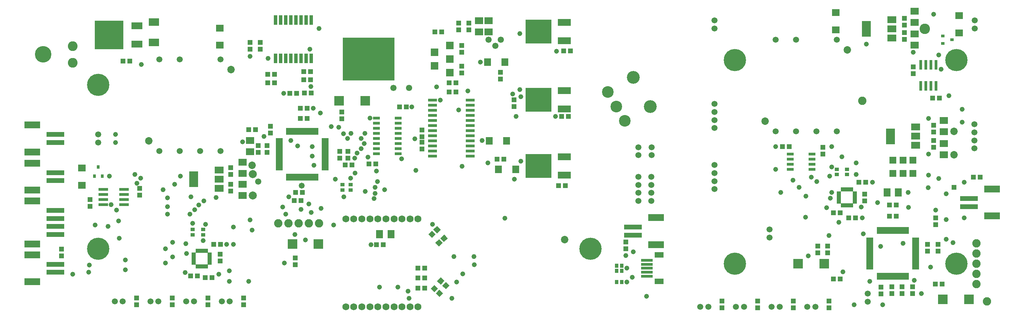
<source format=gts>
G75*
G70*
%OFA0B0*%
%FSLAX24Y24*%
%IPPOS*%
%LPD*%
%AMOC8*
5,1,8,0,0,1.08239X$1,22.5*
%
%ADD10R,0.0198X0.0671*%
%ADD11R,0.0671X0.0198*%
%ADD12R,0.0513X0.0474*%
%ADD13R,0.0513X0.0513*%
%ADD14C,0.0580*%
%ADD15R,0.0870X0.0670*%
%ADD16R,0.0870X0.1580*%
%ADD17R,0.0789X0.0710*%
%ADD18C,0.0820*%
%ADD19R,0.0966X0.0966*%
%ADD20C,0.2180*%
%ADD21R,0.0218X0.0415*%
%ADD22R,0.0395X0.0218*%
%ADD23R,0.0434X0.0356*%
%ADD24R,0.1734X0.0513*%
%ADD25R,0.1537X0.0671*%
%ADD26C,0.0595*%
%ADD27C,0.0680*%
%ADD28R,0.0513X0.0513*%
%ADD29R,0.0710X0.0789*%
%ADD30R,0.0336X0.0966*%
%ADD31R,0.1143X0.0316*%
%ADD32R,0.0867X0.0552*%
%ADD33R,0.0356X0.0434*%
%ADD34C,0.0954*%
%ADD35C,0.1619*%
%ADD36R,0.0860X0.0290*%
%ADD37R,0.0690X0.0316*%
%ADD38R,0.0730X0.0730*%
%ADD39C,0.2030*%
%ADD40R,0.5080X0.4230*%
%ADD41R,0.0678X0.0722*%
%ADD42R,0.0946X0.0316*%
%ADD43R,0.0316X0.0336*%
%ADD44R,0.0722X0.0678*%
%ADD45C,0.1261*%
%ADD46C,0.1145*%
%ADD47R,0.1261X0.0710*%
%ADD48R,0.2550X0.2360*%
%ADD49C,0.0730*%
%ADD50R,0.2840X0.2840*%
%ADD51R,0.1070X0.0670*%
%ADD52R,0.0986X0.0769*%
%ADD53R,0.0474X0.0513*%
%ADD54R,0.0674X0.0674*%
%ADD55R,0.0316X0.0946*%
%ADD56R,0.0336X0.0316*%
%ADD57R,0.0671X0.0297*%
%ADD58C,0.0476*%
%ADD59C,0.0611*%
%ADD60C,0.0789*%
%ADD61R,0.0476X0.0476*%
%ADD62C,0.1025*%
D10*
X026527Y014186D03*
X026724Y014186D03*
X026921Y014186D03*
X027118Y014186D03*
X027315Y014186D03*
X027511Y014186D03*
X027708Y014186D03*
X027905Y014186D03*
X028102Y014186D03*
X028299Y014186D03*
X028496Y014186D03*
X028693Y014186D03*
X028889Y014186D03*
X029086Y014186D03*
X029283Y014186D03*
X029480Y014186D03*
X029480Y018674D03*
X029283Y018674D03*
X029086Y018674D03*
X028889Y018674D03*
X028693Y018674D03*
X028496Y018674D03*
X028299Y018674D03*
X028102Y018674D03*
X027905Y018674D03*
X027708Y018674D03*
X027511Y018674D03*
X027315Y018674D03*
X027118Y018674D03*
X026921Y018674D03*
X026724Y018674D03*
X026527Y018674D03*
X084477Y008929D03*
X084674Y008929D03*
X084871Y008929D03*
X085068Y008929D03*
X085265Y008929D03*
X085461Y008929D03*
X085658Y008929D03*
X085855Y008929D03*
X086052Y008929D03*
X086249Y008929D03*
X086446Y008929D03*
X086643Y008929D03*
X086839Y008929D03*
X087036Y008929D03*
X087233Y008929D03*
X087430Y008929D03*
X087430Y004441D03*
X087233Y004441D03*
X087036Y004441D03*
X086839Y004441D03*
X086643Y004441D03*
X086446Y004441D03*
X086249Y004441D03*
X086052Y004441D03*
X085855Y004441D03*
X085658Y004441D03*
X085461Y004441D03*
X085265Y004441D03*
X085068Y004441D03*
X084871Y004441D03*
X084674Y004441D03*
X084477Y004441D03*
D11*
X083709Y005209D03*
X083709Y005405D03*
X083709Y005602D03*
X083709Y005799D03*
X083709Y005996D03*
X083709Y006193D03*
X083709Y006390D03*
X083709Y006587D03*
X083709Y006783D03*
X083709Y006980D03*
X083709Y007177D03*
X083709Y007374D03*
X083709Y007571D03*
X083709Y007768D03*
X083709Y007964D03*
X083709Y008161D03*
X088198Y008161D03*
X088198Y007964D03*
X088198Y007768D03*
X088198Y007571D03*
X088198Y007374D03*
X088198Y007177D03*
X088198Y006980D03*
X088198Y006783D03*
X088198Y006587D03*
X088198Y006390D03*
X088198Y006193D03*
X088198Y005996D03*
X088198Y005799D03*
X088198Y005602D03*
X088198Y005405D03*
X088198Y005209D03*
X030248Y014954D03*
X030248Y015150D03*
X030248Y015347D03*
X030248Y015544D03*
X030248Y015741D03*
X030248Y015938D03*
X030248Y016135D03*
X030248Y016332D03*
X030248Y016528D03*
X030248Y016725D03*
X030248Y016922D03*
X030248Y017119D03*
X030248Y017316D03*
X030248Y017513D03*
X030248Y017709D03*
X030248Y017906D03*
X025759Y017906D03*
X025759Y017709D03*
X025759Y017513D03*
X025759Y017316D03*
X025759Y017119D03*
X025759Y016922D03*
X025759Y016725D03*
X025759Y016528D03*
X025759Y016332D03*
X025759Y016135D03*
X025759Y015938D03*
X025759Y015741D03*
X025759Y015544D03*
X025759Y015347D03*
X025759Y015150D03*
X025759Y014954D03*
D12*
X032219Y015380D03*
X032888Y015380D03*
D13*
X032504Y016045D03*
X031704Y016045D03*
X031704Y016715D03*
X032504Y016715D03*
X034569Y015480D03*
X035238Y015480D03*
X039754Y016945D03*
X039754Y017615D03*
X039754Y018145D03*
X039754Y018815D03*
X038238Y021080D03*
X037569Y021080D03*
X042419Y022530D03*
X043088Y022530D03*
X043088Y023430D03*
X042419Y023430D03*
X043654Y024395D03*
X043654Y025065D03*
X043654Y026445D03*
X043654Y027115D03*
X041688Y028430D03*
X041019Y028430D03*
X043354Y028645D03*
X044354Y028645D03*
X044354Y029315D03*
X043354Y029315D03*
X053669Y026580D03*
X054338Y026580D03*
X047454Y024465D03*
X047454Y023795D03*
X048804Y021765D03*
X048804Y021095D03*
X053469Y020130D03*
X054138Y020130D03*
X047788Y015930D03*
X047119Y015930D03*
X053169Y013330D03*
X053838Y013330D03*
X059754Y007815D03*
X059754Y007145D03*
X069204Y002020D03*
X069204Y001350D03*
X072704Y001350D03*
X072704Y002020D03*
X076204Y002020D03*
X076204Y001350D03*
X079704Y001350D03*
X079704Y002020D03*
X084804Y002700D03*
X084804Y003370D03*
X086854Y003420D03*
X087904Y003420D03*
X087904Y002750D03*
X086854Y002750D03*
X090119Y003685D03*
X090788Y003685D03*
X090404Y006900D03*
X089354Y006900D03*
X089354Y007570D03*
X090404Y007570D03*
X090154Y009500D03*
X090154Y010170D03*
X086283Y010360D03*
X085614Y010360D03*
X082288Y010185D03*
X081619Y010185D03*
X080788Y010685D03*
X080119Y010685D03*
X083204Y011850D03*
X083204Y012520D03*
X085619Y011435D03*
X086288Y011435D03*
X083288Y013685D03*
X082619Y013685D03*
X079104Y016450D03*
X079104Y017120D03*
X075788Y017185D03*
X075119Y017185D03*
X089869Y021935D03*
X090538Y021935D03*
X087954Y024350D03*
X087954Y025020D03*
X087104Y027700D03*
X087104Y028370D03*
X087104Y029100D03*
X087104Y029770D03*
X093869Y014185D03*
X094538Y014185D03*
X079574Y007420D03*
X078604Y007420D03*
X078604Y006750D03*
X079574Y006750D03*
X080119Y004185D03*
X080788Y004185D03*
X040013Y004280D03*
X039344Y004280D03*
X039349Y005235D03*
X040018Y005235D03*
X040013Y003280D03*
X039344Y003280D03*
X035948Y007530D03*
X035279Y007530D03*
X027319Y006235D03*
X027319Y005565D03*
X019954Y005945D03*
X019954Y006615D03*
X019988Y007580D03*
X019319Y007580D03*
X017743Y004480D03*
X017074Y004480D03*
X018504Y004315D03*
X019173Y004315D03*
X018754Y002315D03*
X018754Y001645D03*
X022254Y001645D03*
X022254Y002315D03*
X015254Y002315D03*
X015254Y001645D03*
X011754Y001645D03*
X011754Y002315D03*
X004404Y006445D03*
X004404Y007115D03*
X007204Y011295D03*
X007204Y011965D03*
X012054Y012395D03*
X012054Y013065D03*
X021004Y012795D03*
X021004Y013465D03*
X021004Y014445D03*
X021004Y015115D03*
X023704Y016595D03*
X024554Y016595D03*
X024554Y017265D03*
X023704Y017265D03*
X024904Y018495D03*
X024904Y019165D03*
X023438Y018830D03*
X022769Y018830D03*
X027819Y019930D03*
X028488Y019930D03*
X028488Y020930D03*
X027819Y020930D03*
X031904Y020565D03*
X031904Y019895D03*
X028888Y022430D03*
X028219Y022430D03*
X027453Y022415D03*
X026784Y022415D03*
X025288Y023430D03*
X024619Y023430D03*
X024619Y024280D03*
X025288Y024280D03*
X028169Y024530D03*
X028838Y024530D03*
X028838Y023730D03*
X028169Y023730D03*
X023904Y026745D03*
X022904Y026745D03*
X022904Y027415D03*
X023904Y027415D03*
X011088Y025585D03*
X010419Y025585D03*
X027369Y012680D03*
X028038Y012680D03*
X027898Y011880D03*
X027229Y011880D03*
D14*
X027954Y013330D03*
D15*
X019844Y013090D03*
X019844Y013990D03*
X019844Y014890D03*
X085844Y027845D03*
X085844Y028745D03*
X085844Y029645D03*
X088194Y019095D03*
X088194Y018195D03*
X088194Y017295D03*
D16*
X085714Y018185D03*
X083364Y028735D03*
X017364Y013980D03*
D17*
X022154Y013481D03*
X022154Y014529D03*
X022154Y015631D03*
X022904Y016679D03*
X022904Y017781D03*
X022154Y012379D03*
X045354Y028429D03*
X046304Y028429D03*
X046304Y029531D03*
X045354Y029531D03*
X088104Y029384D03*
X088104Y028236D03*
X088104Y027134D03*
X088104Y030486D03*
X090954Y019736D03*
X090954Y018634D03*
X090954Y017486D03*
X090954Y016384D03*
D18*
X082954Y021685D03*
X094154Y007685D03*
X094154Y006685D03*
X094154Y005685D03*
X094154Y004685D03*
X094154Y003685D03*
X095204Y001985D03*
X029654Y009630D03*
X028654Y009630D03*
X027654Y009630D03*
X026654Y009630D03*
X025654Y009630D03*
D19*
X027049Y007610D03*
X029608Y007610D03*
X031624Y021680D03*
X034183Y021680D03*
X076674Y005685D03*
X079233Y005685D03*
X090874Y002185D03*
X093433Y002185D03*
D20*
X092204Y005685D03*
X070454Y005685D03*
X056304Y007130D03*
X008004Y007130D03*
X008004Y023230D03*
X070454Y025685D03*
X092204Y025685D03*
D21*
X081946Y012963D03*
X081749Y012963D03*
X081552Y012963D03*
X081355Y012963D03*
X081158Y012963D03*
X080961Y012963D03*
X080961Y011407D03*
X081158Y011407D03*
X081355Y011407D03*
X081552Y011407D03*
X081749Y011407D03*
X081946Y011407D03*
X018646Y006958D03*
X018449Y006958D03*
X018252Y006958D03*
X018055Y006958D03*
X017858Y006958D03*
X017661Y006958D03*
X017661Y005402D03*
X017858Y005402D03*
X018055Y005402D03*
X018252Y005402D03*
X018449Y005402D03*
X018646Y005402D03*
D22*
X018941Y005688D03*
X018941Y005885D03*
X018941Y006082D03*
X018941Y006278D03*
X018941Y006475D03*
X018941Y006672D03*
X017366Y006672D03*
X017366Y006475D03*
X017366Y006278D03*
X017366Y006082D03*
X017366Y005885D03*
X017366Y005688D03*
X080666Y011693D03*
X080666Y011890D03*
X080666Y012087D03*
X080666Y012283D03*
X080666Y012480D03*
X080666Y012677D03*
X082241Y012677D03*
X082241Y012480D03*
X082241Y012283D03*
X082241Y012087D03*
X082241Y011890D03*
X082241Y011693D03*
D23*
X081454Y014429D03*
X080454Y014429D03*
X080454Y014941D03*
X081454Y014941D03*
X032754Y013436D03*
X031954Y013436D03*
X031954Y012924D03*
X032754Y012924D03*
X018304Y009036D03*
X017254Y009036D03*
X017254Y008524D03*
X018304Y008524D03*
D24*
X003785Y008549D03*
X003785Y009336D03*
X003785Y010124D03*
X003785Y010911D03*
X003785Y013836D03*
X003785Y014624D03*
X003785Y017586D03*
X003785Y018374D03*
X003785Y005624D03*
X003785Y004836D03*
X060472Y008486D03*
X060472Y009274D03*
X093422Y011291D03*
X093422Y012079D03*
D25*
X095686Y013004D03*
X095686Y010366D03*
X062736Y010199D03*
X062736Y007561D03*
X001521Y007624D03*
X001521Y006549D03*
X001521Y003911D03*
X001521Y011836D03*
X001521Y012911D03*
X001521Y015549D03*
X001521Y016661D03*
X001521Y019299D03*
D26*
X009610Y001980D03*
X010397Y001980D03*
X013110Y001980D03*
X013897Y001980D03*
X016610Y001980D03*
X017397Y001980D03*
X020110Y001980D03*
X020897Y001980D03*
X061004Y011849D03*
X062254Y011849D03*
X062254Y012636D03*
X061004Y012636D03*
X061004Y013424D03*
X062254Y013424D03*
X062254Y014211D03*
X061004Y014211D03*
X061004Y016336D03*
X062284Y016336D03*
X062284Y017124D03*
X061004Y017124D03*
X068454Y015366D03*
X068454Y014579D03*
X068454Y013791D03*
X068454Y013004D03*
X073854Y009029D03*
X073854Y008241D03*
X083504Y002729D03*
X083504Y001941D03*
X078347Y001435D03*
X077560Y001435D03*
X074847Y001435D03*
X074060Y001435D03*
X071347Y001435D03*
X070560Y001435D03*
X067847Y001435D03*
X067060Y001435D03*
X020004Y016730D03*
X018004Y016730D03*
X016004Y016730D03*
X014004Y016730D03*
X008004Y017586D03*
X008004Y018374D03*
X014004Y025730D03*
X016004Y025730D03*
X020004Y025730D03*
X068454Y028791D03*
X068454Y029579D03*
X074454Y027685D03*
X076454Y027685D03*
X080454Y027685D03*
X094004Y028791D03*
X094004Y029579D03*
X068454Y021366D03*
X068454Y020579D03*
X068454Y019791D03*
X068454Y019004D03*
X074454Y018685D03*
X076454Y018685D03*
X078454Y018685D03*
X080454Y018685D03*
X093954Y018579D03*
X093954Y017791D03*
X093954Y017004D03*
X093954Y019366D03*
D27*
X039373Y010091D03*
X038585Y010091D03*
X037798Y010091D03*
X037010Y010091D03*
X036223Y010091D03*
X035436Y010091D03*
X034648Y010091D03*
X033861Y010091D03*
X033073Y010091D03*
X032286Y010091D03*
X032286Y001429D03*
X033073Y001429D03*
X033861Y001429D03*
X034648Y001429D03*
X035436Y001429D03*
X036223Y001429D03*
X037010Y001429D03*
X037798Y001429D03*
X038585Y001429D03*
X039373Y001429D03*
D28*
G36*
X041454Y003137D02*
X041833Y002794D01*
X041490Y002415D01*
X041111Y002758D01*
X041454Y003137D01*
G37*
G36*
X040957Y003585D02*
X041336Y003242D01*
X040993Y002863D01*
X040614Y003206D01*
X040957Y003585D01*
G37*
G36*
X041582Y004340D02*
X041961Y003997D01*
X041618Y003618D01*
X041239Y003961D01*
X041582Y004340D01*
G37*
G36*
X042079Y003892D02*
X042458Y003549D01*
X042115Y003170D01*
X041736Y003513D01*
X042079Y003892D01*
G37*
G36*
X041069Y007744D02*
X041448Y008087D01*
X041791Y007708D01*
X041412Y007365D01*
X041069Y007744D01*
G37*
G36*
X041566Y008192D02*
X041945Y008535D01*
X042288Y008156D01*
X041909Y007813D01*
X041566Y008192D01*
G37*
G36*
X041101Y008548D02*
X040722Y008205D01*
X040379Y008584D01*
X040758Y008927D01*
X041101Y008548D01*
G37*
G36*
X041598Y008996D02*
X041219Y008653D01*
X040876Y009032D01*
X041255Y009375D01*
X041598Y008996D01*
G37*
D29*
X036710Y008580D03*
X035607Y008580D03*
X085402Y012685D03*
X086505Y012685D03*
D30*
X028894Y025860D03*
X028394Y025860D03*
X027894Y025860D03*
X027394Y025860D03*
X026894Y025860D03*
X026394Y025860D03*
X025894Y025860D03*
X025394Y025860D03*
X025394Y029600D03*
X025894Y029600D03*
X026394Y029600D03*
X026894Y029600D03*
X027394Y029600D03*
X027894Y029600D03*
X028394Y029600D03*
X028894Y029600D03*
D31*
X061829Y006017D03*
X061829Y005624D03*
X061829Y005230D03*
X061829Y004836D03*
X061829Y004443D03*
D32*
X063010Y003931D03*
X063010Y006529D03*
D33*
X059359Y005480D03*
X058848Y005480D03*
X058848Y004980D03*
X059359Y004980D03*
X059359Y003880D03*
X058848Y003880D03*
D34*
X005492Y025415D03*
X005492Y027045D03*
D35*
X002602Y026230D03*
D36*
X040808Y021730D03*
X040808Y021230D03*
X040808Y020730D03*
X040808Y020230D03*
X040808Y019730D03*
X040808Y019230D03*
X040808Y018730D03*
X040808Y018230D03*
X040808Y017730D03*
X040808Y017230D03*
X040808Y016730D03*
X040808Y016230D03*
X044499Y016230D03*
X044499Y016730D03*
X044499Y017230D03*
X044499Y017730D03*
X044499Y018230D03*
X044499Y018730D03*
X044499Y019230D03*
X044499Y019730D03*
X044499Y020230D03*
X044499Y020730D03*
X044499Y021230D03*
X044499Y021730D03*
D37*
X037417Y019980D03*
X037417Y019480D03*
X037417Y018980D03*
X037417Y018480D03*
X037417Y017980D03*
X037417Y017480D03*
X037417Y016980D03*
X037417Y016480D03*
X035291Y016480D03*
X035291Y016980D03*
X035291Y017480D03*
X035291Y017980D03*
X035291Y018480D03*
X035291Y018980D03*
X035291Y019480D03*
X035291Y019980D03*
D38*
X042504Y024440D03*
X041004Y025110D03*
X042504Y025780D03*
X041004Y026450D03*
X042504Y027120D03*
D39*
X033634Y025780D03*
D40*
X034534Y025780D03*
D41*
X046207Y025480D03*
X047900Y025480D03*
X048050Y017730D03*
X046357Y017730D03*
X047257Y014930D03*
X048950Y014930D03*
D42*
X010527Y012980D03*
X010527Y012480D03*
X010527Y011980D03*
X010527Y011480D03*
X008480Y011480D03*
X008480Y011980D03*
X008480Y012480D03*
X008480Y012980D03*
D43*
X008378Y014287D03*
X007630Y014287D03*
X008004Y015173D03*
D44*
X006404Y015076D03*
X006404Y013384D03*
X019914Y027134D03*
X019914Y028826D03*
X080354Y028639D03*
X080354Y030331D03*
X092454Y030031D03*
X092454Y028339D03*
D45*
X062146Y021127D03*
X060491Y023993D03*
D46*
X058008Y022554D03*
X058833Y021125D03*
X059658Y019696D03*
D47*
X053714Y020880D03*
X053714Y022680D03*
X053714Y027580D03*
X053714Y029380D03*
X053714Y016180D03*
X053714Y014380D03*
D48*
X051179Y015280D03*
X051179Y021780D03*
X051179Y028480D03*
D49*
X073418Y019685D03*
X091954Y018685D03*
X091954Y016385D03*
X081489Y026685D03*
X053754Y008030D03*
X023104Y015330D03*
X012968Y017730D03*
X021039Y024730D03*
D50*
X009059Y028135D03*
D51*
X011779Y027235D03*
X011779Y029035D03*
D52*
X013474Y029425D03*
X013474Y027425D03*
D53*
X085854Y003420D03*
X085854Y002750D03*
X089954Y017100D03*
X089954Y017770D03*
X089954Y018600D03*
X089954Y019270D03*
D54*
X087934Y015835D03*
X086954Y015835D03*
X085974Y015835D03*
X085974Y014535D03*
X086954Y014535D03*
X087934Y014535D03*
D55*
X088704Y023161D03*
X089204Y023161D03*
X089704Y023161D03*
X090204Y023161D03*
X090204Y025209D03*
X089704Y025209D03*
X089204Y025209D03*
X088704Y025209D03*
D56*
X090861Y027311D03*
X091746Y027685D03*
X090861Y028059D03*
D57*
X078017Y016435D03*
X078017Y015935D03*
X078017Y015435D03*
X078017Y014935D03*
X075891Y014935D03*
X075891Y015435D03*
X075891Y015935D03*
X075891Y016435D03*
D58*
X074454Y017185D03*
X079954Y017185D03*
X080954Y016185D03*
X082354Y015585D03*
X079954Y015185D03*
X079754Y014285D03*
X078504Y013745D03*
X077954Y014185D03*
X076154Y013885D03*
X076754Y013185D03*
X074954Y012685D03*
X077440Y012322D03*
X079829Y012100D03*
X079954Y012685D03*
X079454Y011185D03*
X077404Y010237D03*
X080654Y009735D03*
X082954Y010185D03*
X082854Y011235D03*
X084454Y011685D03*
X087490Y011222D03*
X090154Y010935D03*
X091204Y010000D03*
X092954Y010185D03*
X091204Y008085D03*
X091854Y007735D03*
X086954Y007685D03*
X084754Y007375D03*
X083044Y008595D03*
X079704Y008435D03*
X077654Y006435D03*
X081054Y004885D03*
X083704Y003935D03*
X088054Y004035D03*
X088754Y002735D03*
X084954Y001635D03*
X082154Y001635D03*
X089654Y005335D03*
X091204Y012535D03*
X089417Y013148D03*
X087454Y012685D03*
X083954Y013685D03*
X082354Y014435D03*
X089454Y014385D03*
X090454Y014035D03*
X092954Y013685D03*
X089454Y016435D03*
X092754Y019585D03*
X089454Y019935D03*
X092754Y020835D03*
X091454Y022185D03*
X090704Y024785D03*
X090454Y026185D03*
X087954Y026435D03*
X083354Y027235D03*
X089954Y030185D03*
X052954Y026530D03*
X049354Y028285D03*
X045504Y025480D03*
X041204Y023030D03*
X044254Y022630D03*
X041554Y021730D03*
X043354Y020780D03*
X038754Y021080D03*
X034654Y019980D03*
X031604Y019080D03*
X030854Y019130D03*
X032054Y018430D03*
X032804Y018480D03*
X034154Y018480D03*
X033804Y017980D03*
X034104Y017480D03*
X032454Y017980D03*
X033804Y016980D03*
X033404Y016530D03*
X033154Y016030D03*
X034454Y016130D03*
X037754Y015980D03*
X039154Y014830D03*
X035304Y014780D03*
X035404Y013730D03*
X035154Y013180D03*
X036104Y012930D03*
X035154Y012580D03*
X035045Y012063D03*
X034204Y012780D03*
X032104Y012230D03*
X029849Y011125D03*
X028664Y011545D03*
X027909Y010995D03*
X028879Y010725D03*
X026409Y010530D03*
X026104Y011230D03*
X026709Y012235D03*
X031254Y013980D03*
X032754Y014080D03*
X033204Y014580D03*
X029154Y015330D03*
X029004Y016230D03*
X029004Y017180D03*
X027554Y017230D03*
X026904Y017780D03*
X024254Y018180D03*
X022154Y017630D03*
X029804Y020480D03*
X029104Y020930D03*
X026179Y022425D03*
X028854Y023080D03*
X024654Y025830D03*
X022904Y026030D03*
X028754Y026730D03*
X029654Y028780D03*
X012234Y025245D03*
X009704Y018374D03*
X009704Y017580D03*
X009104Y014280D03*
X011604Y014430D03*
X012154Y014080D03*
X011804Y013580D03*
X014354Y012930D03*
X014804Y012130D03*
X017104Y012230D03*
X018354Y011830D03*
X017854Y011430D03*
X017454Y010980D03*
X017004Y010530D03*
X014804Y010530D03*
X014804Y011280D03*
X019554Y012180D03*
X015504Y013480D03*
X016054Y014280D03*
X009254Y011480D03*
X009804Y010930D03*
X010004Y009880D03*
X008954Y009330D03*
X007704Y009480D03*
X010054Y008180D03*
X014604Y007130D03*
X015304Y007778D03*
X016604Y007630D03*
X018304Y007930D03*
X020604Y007580D03*
X021254Y007580D03*
X016654Y006680D03*
X015304Y006330D03*
X014604Y005730D03*
X016514Y004805D03*
X019839Y004650D03*
X020854Y004980D03*
X020854Y003930D03*
X022754Y003930D03*
X026264Y005750D03*
X028329Y008000D03*
X027289Y008530D03*
X031084Y009475D03*
X034759Y007535D03*
X040779Y009530D03*
X047904Y010130D03*
X044854Y006380D03*
X042909Y006370D03*
X044904Y005580D03*
X043754Y004680D03*
X043154Y003880D03*
X042704Y002280D03*
X038479Y002280D03*
X038379Y002980D03*
X037379Y003380D03*
X035579Y003380D03*
X023104Y008970D03*
X021254Y009278D03*
X022889Y009975D03*
X018519Y009530D03*
X017254Y009630D03*
X010654Y006030D03*
X010654Y005080D03*
X007128Y005540D03*
X007054Y004830D03*
X005504Y004630D03*
X043704Y015230D03*
X046229Y015580D03*
X049454Y015730D03*
X048824Y013965D03*
X045654Y017780D03*
X049004Y020130D03*
X052854Y020130D03*
X049454Y022080D03*
X048654Y022330D03*
X049354Y022780D03*
X039054Y017930D03*
X060504Y006830D03*
X059754Y006480D03*
X059854Y005230D03*
X060404Y004330D03*
X059854Y003880D03*
X061804Y002480D03*
X074454Y014935D03*
D59*
X038504Y022930D03*
X036954Y022930D03*
X046954Y027080D03*
X047504Y027680D03*
X046304Y027680D03*
X023704Y013730D03*
D60*
X023154Y014480D03*
X023154Y012380D03*
D61*
X091954Y013185D03*
D62*
X089104Y028735D03*
M02*

</source>
